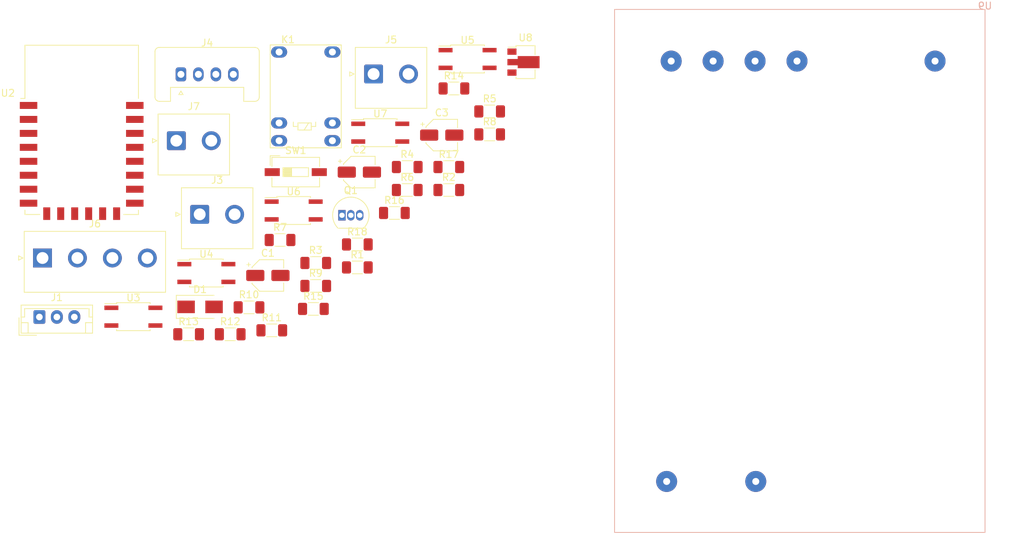
<source format=kicad_pcb>
(kicad_pcb (version 20211014) (generator pcbnew)
  (layers (0 "F.Cu" signal) (31 "B.Cu" signal) (34 "B.Paste" user) (35 "F.Paste" user) (36 "B.SilkS" user "B.Silkscreen") (37 "F.SilkS" user "F.Silkscreen") (38 "B.Mask" user) (39 "F.Mask" user) (44 "Edge.Cuts" user))
  (net 0 "")
  (net 1 "+12V")
  (net 2 "GNDPWR")
  (net 3 "+5V")
  (net 4 "Net-(C2-Pad1)")
  (net 5 "GND")
  (net 6 "Net-(D1-Pad2)")
  (net 7 "+3V3")
  (net 8 "/ESP_TX")
  (net 9 "/ESP_RX")
  (net 10 "Net-(J3-Pad1)")
  (net 11 "Net-(J6-Pad1)")
  (net 12 "Net-(J6-Pad2)")
  (net 13 "GND2")
  (net 14 "/MOVE_SENSOR")
  (net 15 "Net-(J6-Pad3)")
  (net 16 "/V12LCD")
  (net 18 "Net-(Q1-Pad2)")
  (net 19 "Net-(R1-Pad2)")
  (net 20 "Net-(R2-Pad2)")
  (net 21 "/LED_ON_RELE")
  (net 22 "Net-(R7-Pad2)")
  (net 23 "Net-(R6-Pad2)")
  (net 24 "/PWM")
  (net 25 "Net-(R11-Pad2)")
  (net 26 "Net-(R12-Pad2)")
  (net 27 "Net-(R16-Pad2)")
  (net 28 "Net-(R17-Pad2)")
  (net 29 "/ON_OFF")
  (net 30 "/UP")
  (net 31 "/DOWN")
  (net 34 "/LIGHT_SENSOR")
  (footprint "Resistor_SMD:R_1206_3216Metric_Pad1.30x1.75mm_HandSolder" (layer "F.Cu") (at 154.17 87.11)
    (fp_text reference "R3" (at 0 -1.82) (layer "F.SilkS"))
    (fp_text value "0")
    (fp_line (start -0.727064 -0.91) (end 0.727064 -0.91) (layer "F.SilkS") (width 0.12))
    (fp_line (start -0.727064 0.91) (end 0.727064 0.91) (layer "F.SilkS") (width 0.12))
    (pad "1" smd roundrect (at -1.55 0) (size 1.3 1.75) (layers "F.Cu" "F.Paste" "F.Mask") (roundrect_rratio 0.192308) (net 4 "Net-(C2-Pad1)"))
    (pad "2" smd roundrect (at 1.55 0) (size 1.3 1.75) (layers "F.Cu" "F.Paste" "F.Mask") (roundrect_rratio 0.192308) (net 7 "+3V3"))
  )
  (footprint "Resistor_SMD:R_1206_3216Metric_Pad1.30x1.75mm_HandSolder" (layer "F.Cu") (at 179.05 65.41)
    (fp_text reference "R5" (at 0 -1.82) (layer "F.SilkS"))
    (fp_text value "470")
    (fp_line (start -0.727064 0.91) (end 0.727064 0.91) (layer "F.SilkS") (width 0.12))
    (fp_line (start -0.727064 -0.91) (end 0.727064 -0.91) (layer "F.SilkS") (width 0.12))
    (pad "1" smd roundrect (at -1.55 0) (size 1.3 1.75) (layers "F.Cu" "F.Paste" "F.Mask") (roundrect_rratio 0.192308) (net 3 "+5V"))
    (pad "2" smd roundrect (at 1.55 0) (size 1.3 1.75) (layers "F.Cu" "F.Paste" "F.Mask") (roundrect_rratio 0.192308) (net 10 "Net-(J3-Pad1)"))
  )
  (footprint "Resistor_SMD:R_1206_3216Metric_Pad1.30x1.75mm_HandSolder" (layer "F.Cu") (at 147.88 96.76)
    (fp_text reference "R11" (at 0 -1.82) (layer "F.SilkS"))
    (fp_text value "240")
    (fp_line (start -0.727064 -0.91) (end 0.727064 -0.91) (layer "F.SilkS") (width 0.12))
    (fp_line (start -0.727064 0.91) (end 0.727064 0.91) (layer "F.SilkS") (width 0.12))
    (pad "1" smd roundrect (at -1.55 0) (size 1.3 1.75) (layers "F.Cu" "F.Paste" "F.Mask") (roundrect_rratio 0.192308) (net 1 "+12V"))
    (pad "2" smd roundrect (at 1.55 0) (size 1.3 1.75) (layers "F.Cu" "F.Paste" "F.Mask") (roundrect_rratio 0.192308) (net 25 "Net-(R11-Pad2)"))
  )
  (footprint "Resistor_SMD:R_1206_3216Metric_Pad1.30x1.75mm_HandSolder" (layer "F.Cu") (at 149.06 83.82)
    (fp_text reference "R7" (at 0 -1.82) (layer "F.SilkS"))
    (fp_text value "250")
    (fp_line (start -0.727064 0.91) (end 0.727064 0.91) (layer "F.SilkS") (width 0.12))
    (fp_line (start -0.727064 -0.91) (end 0.727064 -0.91) (layer "F.SilkS") (width 0.12))
    (pad "1" smd roundrect (at -1.55 0) (size 1.3 1.75) (layers "F.Cu" "F.Paste" "F.Mask") (roundrect_rratio 0.192308) (net 3 "+5V"))
    (pad "2" smd roundrect (at 1.55 0) (size 1.3 1.75) (layers "F.Cu" "F.Paste" "F.Mask") (roundrect_rratio 0.192308) (net 22 "Net-(R7-Pad2)"))
  )
  (footprint "Resistor_SMD:R_1206_3216Metric_Pad1.30x1.75mm_HandSolder" (layer "F.Cu") (at 173.94 62.12)
    (fp_text reference "R14" (at 0 -1.82) (layer "F.SilkS"))
    (fp_text value "330")
    (fp_line (start -0.727064 0.91) (end 0.727064 0.91) (layer "F.SilkS") (width 0.12))
    (fp_line (start -0.727064 -0.91) (end 0.727064 -0.91) (layer "F.SilkS") (width 0.12))
    (pad "1" smd roundrect (at -1.55 0) (size 1.3 1.75) (layers "F.Cu" "F.Paste" "F.Mask") (roundrect_rratio 0.192308) (net 7 "+3V3"))
    (pad "2" smd roundrect (at 1.55 0) (size 1.3 1.75) (layers "F.Cu" "F.Paste" "F.Mask") (roundrect_rratio 0.192308) (net 31 "/DOWN"))
  )
  (footprint "RF_Module:ESP-12E" (layer "F.Cu") (at 120.68 68.05)
    (fp_text reference "U2" (at -10.56 -5.26) (layer "F.SilkS"))
    (fp_text value "ESP-12E")
    (fp_line (start -8.12 -4.5) (end -8.73 -4.5) (layer "F.SilkS") (width 0.12))
    (fp_line (start 8.12 12.12) (end 6 12.12) (layer "F.SilkS") (width 0.12))
    (fp_line (start -8.12 12.12) (end -8.12 11.5) (layer "F.SilkS") (width 0.12))
    (fp_line (start 8.12 -12.12) (end 8.12 -4.5) (layer "F.SilkS") (width 0.12))
    (fp_line (start -8.12 -12.12) (end 8.12 -12.12) (layer "F.SilkS") (width 0.12))
    (fp_line (start 8.12 11.5) (end 8.12 12.12) (layer "F.SilkS") (width 0.12))
    (fp_line (start -8.12 -4.5) (end -8.12 -12.12) (layer "F.SilkS") (width 0.12))
    (fp_line (start -6 12.12) (end -8.12 12.12) (layer "F.SilkS") (width 0.12))
    (pad "1" smd rect (at -7.6 -3.5) (size 2.5 1) (layers "F.Cu" "F.Paste" "F.Mask") (net 20 "Net-(R2-Pad2)"))
    (pad "2" smd rect (at -7.6 -1.5) (size 2.5 1) (layers "F.Cu" "F.Paste" "F.Mask"))
    (pad "3" smd rect (at -7.6 0.5) (size 2.5 1) (layers "F.Cu" "F.Paste" "F.Mask") (net 19 "Net-(R1-Pad2)"))
    (pad "4" smd rect (at -7.6 2.5) (size 2.5 1) (layers "F.Cu" "F.Paste" "F.Mask"))
    (pad "5" smd rect (at -7.6 4.5) (size 2.5 1) (layers "F.Cu" "F.Paste" "F.Mask") (net 31 "/DOWN"))
    (pad "6" smd rect (at -7.6 6.5) (size 2.5 1) (layers "F.Cu" "F.Paste" "F.Mask") (net 34 "/LIGHT_SENSOR"))
    (pad "7" smd rect (at -7.6 8.5) (size 2.5 1) (layers "F.Cu" "F.Paste" "F.Mask") (net 30 "/UP"))
    (pad "8" smd rect (at -7.6 10.5) (size 2.5 1) (layers "F.Cu" "F.Paste" "F.Mask") (net 7 "+3V3"))
    (pad "9" smd rect (at -5 12) (size 1 1.8) (layers "F.Cu" "F.Paste" "F.Mask"))
    (pad "10" smd rect (at -3 12) (size 1 1.8) (layers "F.Cu" "F.Paste" "F.Mask"))
    (pad "11" smd rect (at -1 12) (size 1 1.8) (layers "F.Cu" "F.Paste" "F.Mask"))
    (pad "12" smd rect (at 1 12) (size 1 1.8) (layers "F.Cu" "F.Paste" "F.Mask") (net 29 "/ON_OFF"))
    (pad "13" smd rect (at 3 12) (size 1 1.8) (layers "F.Cu" "F.Paste" "F.Mask"))
    (pad "14" smd rect (at 5 12) (size 1 1.8) (layers "F.Cu" "F.Paste" "F.Mask"))
    (pad "15" smd rect (at 7.6 10.5) (size 2.5 1) (layers "F.Cu" "F.Paste" "F.Mask") (net 5 "GND"))
    (pad "16" smd rect (at 7.6 8.5) (size 2.5 1) (layers "F.Cu" "F.Paste" "F.Mask"))
    (pad "17" smd rect (at 7.6 6.5) (size 2.5 1) (layers "F.Cu" "F.Paste" "F.Mask"))
    (pad "18" smd rect (at 7.6 4.5) (size 2.5 1) (layers "F.Cu" "F.Paste" "F.Mask"))
    (pad "19" smd rect (at 7.6 2.5) (size 2.5 1) (layers "F.Cu" "F.Paste" "F.Mask") (net 24 "/PWM"))
    (pad "20" smd rect (at 7.6 0.5) (size 2.5 1) (layers "F.Cu" "F.Paste" "F.Mask") (net 14 "/MOVE_SENSOR"))
    (pad "21" smd rect (at 7.6 -1.5) (size 2.5 1) (layers "F.Cu" "F.Paste" "F.Mask") (net 9 "/ESP_RX"))
    (pad "22" smd rect (at 7.6 -3.5) (size 2.5 1) (layers "F.Cu" "F.Paste" "F.Mask") (net 8 "/ESP_TX"))
  )
  (footprint "Connector_JST:JST_NV_B04P-NV_1x04_P5.00mm_Vertical" (layer "F.Cu") (at 115.075 86.4)
    (fp_text reference "J6" (at 7.5 -4.9) (layer "F.SilkS"))
    (fp_text value "Screw_Terminal_01x04")
    (fp_line (start 17.61 4.91) (end 17.61 -3.81) (layer "F.SilkS") (width 0.12))
    (fp_line (start -2.81 0) (end -3.41 0.3) (layer "F.SilkS") (width 0.12))
    (fp_line (start -3.41 0.3) (end -3.41 -0.3) (layer "F.SilkS") (width 0.12))
    (fp_line (start 17.61 -3.81) (end -2.61 -3.81) (layer "F.SilkS") (width 0.12))
    (fp_line (start -3.41 -0.3) (end -2.81 0) (layer "F.SilkS") (width 0.12))
    (fp_line (start -2.61 4.91) (end 17.61 4.91) (layer "F.SilkS") (width 0.12))
    (fp_line (start -2.61 -3.81) (end -2.61 4.91) (layer "F.SilkS") (width 0.12))
    (pad "1" thru_hole rect (at 0 0) (size 2.7 2.7) (drill 1.7) (layers *.Cu *.Mask) (net 11 "Net-(J6-Pad1)"))
    (pad "2" thru_hole circle (at 5 0) (size 2.7 2.7) (drill 1.7) (layers *.Cu *.Mask) (net 12 "Net-(J6-Pad2)"))
    (pad "3" thru_hole circle (at 10 0) (size 2.7 2.7) (drill 1.7) (layers *.Cu *.Mask) (net 15 "Net-(J6-Pad3)"))
    (pad "4" thru_hole circle (at 15 0) (size 2.7 2.7) (drill 1.7) (layers *.Cu *.Mask) (net 13 "GND2"))
  )
  (footprint "Diode_SMD:D_SMA" (layer "F.Cu") (at 137.62 93.4)
    (fp_text reference "D1" (at 0 -2.5) (layer "F.SilkS"))
    (fp_text value "1N4003")
    (fp_line (start -3.4 -1.65) (end 2 -1.65) (layer "F.SilkS") (width 0.12))
    (fp_line (start -3.4 1.65) (end 2 1.65) (layer "F.SilkS") (width 0.12))
    (fp_line (start -3.4 -1.65) (end -3.4 1.65) (layer "F.SilkS") (width 0.12))
    (pad "1" smd rect (at -2 0) (size 2.5 1.8) (layers "F.Cu" "F.Paste" "F.Mask") (net 1 "+12V"))
    (pad "2" smd rect (at 2 0) (size 2.5 1.8) (layers "F.Cu" "F.Paste" "F.Mask") (net 6 "Net-(D1-Pad2)"))
  )
  (footprint "Capacitor_SMD:CP_Elec_4x5.3" (layer "F.Cu") (at 147.32 88.9)
    (fp_text reference "C1" (at 0 -3.2) (layer "F.SilkS"))
    (fp_text value "2.2")
    (fp_line (start -3 -1.56) (end -2.5 -1.56) (layer "F.SilkS") (width 0.12))
    (fp_line (start -2.26 1.195563) (end -1.195563 2.26) (layer "F.SilkS") (width 0.12))
    (fp_line (start -1.195563 2.26) (end 2.26 2.26) (layer "F.SilkS") (width 0.12))
    (fp_line (start 2.26 2.26) (end 2.26 1.06) (layer "F.SilkS") (width 0.12))
    (fp_line (start -2.75 -1.81) (end -2.75 -1.31) (layer "F.SilkS") (width 0.12))
    (fp_line (start -1.195563 -2.26) (end 2.26 -2.26) (layer "F.SilkS") (width 0.12))
    (fp_line (start -2.26 -1.195563) (end -1.195563 -2.26) (layer "F.SilkS") (width 0.12))
    (fp_line (start -2.26 1.195563) (end -2.26 1.06) (layer "F.SilkS") (width 0.12))
    (fp_line (start 2.26 -2.26) (end 2.26 -1.06) (layer "F.SilkS") (width 0.12))
    (fp_line (start -2.26 -1.195563) (end -2.26 -1.06) (layer "F.SilkS") (width 0.12))
    (pad "1" smd roundrect (at -1.8 0) (size 2.6 1.6) (layers "F.Cu" "F.Paste" "F.Mask") (roundrect_rratio 0.15625) (net 1 "+12V"))
    (pad "2" smd roundrect (at 1.8 0) (size 2.6 1.6) (layers "F.Cu" "F.Paste" "F.Mask") (roundrect_rratio 0.15625) (net 2 "GNDPWR"))
  )
  (footprint "Relay_THT:Relay_SPDT_HJR-4102" (layer "F.Cu") (at 148.93 56.901)
    (fp_text reference "K1" (at 1.27 -1.778) (layer "F.SilkS"))
    (fp_text value "TIANBO-HJR-4102-L")
    (fp_line (start 4.597 10.16) (end 2.692 10.16) (layer "F.SilkS") (width 0.12))
    (fp_line (start -1.27 13.716) (end -1.27 -1.016) (layer "F.SilkS") (width 0.12))
    (fp_line (start 8.89 -1.016) (end 8.89 13.716) (layer "F.SilkS") (width 0.12))
    (fp_line (start -1.27 -1.016) (end 8.89 -1.016) (layer "F.SilkS") (width 0.12))
    (fp_line (start 5.232 10.668) (end 4.597 10.668) (layer "F.SilkS") (width 0.12))
    (fp_line (start 5.232 10.033) (end 5.232 10.668) (layer "F.SilkS") (width 0.12))
    (fp_line (start 8.89 13.716) (end -1.27 13.716) (layer "F.SilkS") (width 0.12))
    (fp_line (start 2.032 10.033) (end 2.032 10.668) (layer "F.SilkS") (width 0.12))
    (fp_line (start 4.216 10.16) (end 3.581 11.176) (layer "F.SilkS") (width 0.12))
    (fp_line (start 2.692 10.16) (end 2.692 11.176) (layer "F.SilkS") (width 0.12))
    (fp_line (start 2.032 10.668) (end 2.692 10.668) (layer "F.SilkS") (width 0.12))
    (fp_line (start 4.597 10.16) (end 4.597 11.176) (layer "F.SilkS") (width 0.12))
    (fp_line (start 2.692 11.176) (end 4.597 11.176) (layer "F.SilkS") (width 0.12))
    (pad "1" thru_hole oval (at 0 0) (size 2.3 1.6) (drill 1) (layers *.Cu *.Mask))
    (pad "5" thru_hole oval (at 0 10.16) (size 2.3 1.6) (drill 1) (layers *.Cu *.Mask) (net 1 "+12V"))
    (pad "6" thru_hole oval (at 0 12.7) (size 2.3 1.6) (drill 1) (layers *.Cu *.Mask) (net 16 "/V12LCD"))
    (pad "7" thru_hole oval (at 7.62 12.7) (size 2.3 1.6) (drill 1) (layers *.Cu *.Mask))
    (pad "8" thru_hole oval (at 7.62 10.16) (size 2.3 1.6) (drill 1) (layers *.Cu *.Mask) (net 6 "Net-(D1-Pad2)"))
    (pad "12" thru_hole oval (at 7.62 0) (size 2.3 1.6) (drill 1) (layers *.Cu *.Mask) (net 1 "+12V"))
  )
  (footprint "Resistor_SMD:R_1206_3216Metric_Pad1.30x1.75mm_HandSolder" (layer "F.Cu") (at 173.21 76.66)
    (fp_text reference "R2" (at 0 -1.82) (layer "F.SilkS"))
    (fp_text value "10k")
    (fp_line (start -0.727064 -0.91) (end 0.727064 -0.91) (layer "F.SilkS") (width 0.12))
    (fp_line (start -0.727064 0.91) (end 0.727064 0.91) (layer "F.SilkS") (width 0.12))
    (pad "1" smd roundrect (at -1.55 0) (size 1.3 1.75) (layers "F.Cu" "F.Paste" "F.Mask") (roundrect_rratio 0.192308) (net 7 "+3V3"))
    (pad "2" smd roundrect (at 1.55 0) (size 1.3 1.75) (layers "F.Cu" "F.Paste" "F.Mask") (roundrect_rratio 0.192308) (net 20 "Net-(R2-Pad2)"))
  )
  (footprint "Resistor_SMD:R_1206_3216Metric_Pad1.30x1.75mm_HandSolder" (layer "F.Cu") (at 135.98 97.32)
    (fp_text reference "R13" (at 0 -1.82) (layer "F.SilkS"))
    (fp_text value "0")
    (fp_line (start -0.727064 0.91) (end 0.727064 0.91) (layer "F.SilkS") (width 0.12))
    (fp_line (start -0.727064 -0.91) (end 0.727064 -0.91) (layer "F.SilkS") (width 0.12))
    (pad "1" smd roundrect (at -1.55 0) (size 1.3 1.75) (layers "F.Cu" "F.Paste" "F.Mask") (roundrect_rratio 0.192308) (net 26 "Net-(R12-Pad2)"))
    (pad "2" smd roundrect (at 1.55 0) (size 1.3 1.75) (layers "F.Cu" "F.Paste" "F.Mask") (roundrect_rratio 0.192308) (net 12 "Net-(J6-Pad2)"))
  )
  (footprint "Package_TO_SOT_THT:TO-92_Inline" (layer "F.Cu") (at 157.92 80.28)
    (fp_text reference "Q1" (at 1.27 -3.56) (layer "F.SilkS"))
    (fp_text value "2N3904")
    (fp_line (start -0.53 1.85) (end 3.07 1.85) (layer "F.SilkS") (width 0.12))
    (fp_arc (start 1.27 -2.6) (mid 3.672087 -0.994977) (end 3.108478 1.838478) (layer "F.SilkS") (width 0.12))
    (fp_arc (start -0.568478 1.838478) (mid -1.132087 -0.994977) (end 1.27 -2.6) (layer "F.SilkS") (width 0.12))
    (pad "1" thru_hole rect (at 0 0) (size 1.05 1.5) (drill 0.75) (layers *.Cu *.Mask) (net 2 "GNDPWR"))
    (pad "2" thru_hole oval (at 1.27 0) (size 1.05 1.5) (drill 0.75) (layers *.Cu *.Mask) (net 18 "Net-(Q1-Pad2)"))
    (pad "3" thru_hole oval (at 2.54 0) (size 1.05 1.5) (drill 0.75) (layers *.Cu *.Mask) (net 6 "Net-(D1-Pad2)"))
  )
  (footprint "Resistor_SMD:R_1206_3216Metric_Pad1.30x1.75mm_HandSolder" (layer "F.Cu") (at 167.26 73.37)
    (fp_text reference "R4" (at 0 -1.82) (layer "F.SilkS"))
    (fp_text value "110")
    (fp_line (start -0.727064 -0.91) (end 0.727064 -0.91) (layer "F.SilkS") (width 0.12))
    (fp_line (start -0.727064 0.91) (end 0.727064 0.91) (layer "F.SilkS") (width 0.12))
    (pad "1" smd roundrect (at -1.55 0) (size 1.3 1.75) (layers "F.Cu" "F.Paste" "F.Mask") (roundrect_rratio 0.192308) (net 7 "+3V3"))
    (pad "2" smd roundrect (at 1.55 0) (size 1.3 1.75) (layers "F.Cu" "F.Paste" "F.Mask") (roundrect_rratio 0.192308) (net 5 "GND"))
  )
  (footprint "Connector_JST:JST_EH_B3B-EH-A_1x03_P2.50mm_Vertical" (layer "F.Cu") (at 114.63 94.85)
    (fp_text reference "J1" (at 2.5 -2.8) (layer "F.SilkS"))
    (fp_text value "Conn_01x03_Male")
    (fp_line (start 7.61 2.31) (end 7.61 -1.71) (layer "F.SilkS") (width 0.12))
    (fp_line (start 7.61 0.81) (end 6.61 0.81) (layer "F.SilkS") (width 0.12))
    (fp_line (start -2.61 0.81) (end -1.61 0.81) (layer "F.SilkS") (width 0.12))
    (fp_line (start -2.91 0.11) (end -2.91 2.61) (layer "F.SilkS") (width 0.12))
    (fp_line (start -2.11 -1.21) (end 7.11 -1.21) (layer "F.SilkS") (width 0.12))
    (fp_line (start 6.61 0.81) (end 6.61 2.31) (layer "F.SilkS") (width 0.12))
    (fp_line (start -2.11 0) (end -2.11 -1.21) (layer "F.SilkS") (width 0.12))
    (fp_line (start -2.61 0) (end -2.11 0) (layer "F.SilkS") (width 0.12))
    (fp_line (start -1.61 0.81) (end -1.61 2.31) (layer "F.SilkS") (width 0.12))
    (fp_line (start -2.61 2.31) (end 7.61 2.31) (layer "F.SilkS") (width 0.12))
    (fp_line (start 7.61 -1.71) (end -2.61 -1.71) (layer "F.SilkS") (width 0.12))
    (fp_line (start -2.91 2.61) (end -0.41 2.61) (layer "F.SilkS") (width 0.12))
    (fp_line (start 7.11 -1.21) (end 7.11 0) (layer "F.SilkS") (width 0.12))
    (fp_line (start -2.61 -1.71) (end -2.61 2.31) (layer "F.SilkS") (width 0.12))
    (fp_line (start 7.11 0) (end 7.61 0) (layer "F.SilkS") (width 0.12))
    (pad "1" thru_hole roundrect (at 0 0) (size 1.7 1.95) (drill 0.95) (layers *.Cu *.Mask) (roundrect_rratio 0.147059) (net 7 "+3V3"))
    (pad "2" thru_hole oval (at 2.5 0) (size 1.7 1.95) (drill 0.95) (layers *.Cu *.Mask) (net 14 "/MOVE_SENSOR"))
    (pad "3" thru_hole oval (at 5 0) (size 1.7 1.95) (drill 0.95) (layers *.Cu *.Mask) (net 5 "GND"))
  )
  (footprint "Package_SO:SO-4_4.4x3.6mm_P2.54mm" (layer "F.Cu") (at 163.4 68.45)
    (fp_text reference "U7" (at 0 -2.7) (layer "F.SilkS"))
    (fp_text value "LTV-354T")
    (fp_line (start -2.4 -2) (end 2.4 -2) (layer "F.SilkS") (width 0.12))
    (fp_line (start 2.4 2) (end -2.4 2) (layer "F.SilkS") (width 0.12))
    (fp_line (start 2.4 -2) (end 2.4 -1.85) (layer "F.SilkS") (width 0.12))
    (fp_line (start -2.4 -1.85) (end -2.4 -2) (layer "F.SilkS") (width 0.12))
    (fp_line (start 2.4 1.85) (end 2.4 2) (layer "F.SilkS") (width 0.12))
    (fp_line (start -2.4 -1.85) (end -4.1 -1.85) (layer "F.SilkS") (width 0.12))
    (fp_line (start -2.4 2) (end -2.4 1.85) (layer "F.SilkS") (width 0.12))
    (pad "1" smd rect (at -3.15 -1.27) (size 2 0.64) (layers "F.Cu" "F.Paste" "F.Mask") (net 27 "Net-(R16-Pad2)"))
    (pad "2" smd rect (at -3.15 1.27) (size 2 0.64) (layers "F.Cu" "F.Paste" "F.Mask") (net 13 "GND2"))
    (pad "3" smd rect (at 3.15 1.27) (size 2 0.64) (layers "F.Cu" "F.Paste" "F.Mask") (net 5 "GND"))
    (pad "4" smd rect (at 3.15 -1.27) (size 2 0.64) (layers "F.Cu" "F.Paste" "F.Mask") (net 31 "/DOWN"))
  )
  (footprint "Capacitor_SMD:CP_Elec_4x5.3" (layer "F.Cu") (at 160.41 74.1)
    (fp_text reference "C2" (at 0 -3.2) (layer "F.SilkS"))
    (fp_text value "10uF")
    (fp_line (start -2.26 -1.195563) (end -1.195563 -2.26) (layer "F.SilkS") (width 0.12))
    (fp_line (start -2.75 -1.81) (end -2.75 -1.31) (layer "F.SilkS") (width 0.12))
    (fp_line (start -3 -1.56) (end -2.5 -1.56) (layer "F.SilkS") (width 0.12))
    (fp_line (start -2.26 -1.195563) (end -2.26 -1.06) (layer "F.SilkS") (width 0.12))
    (fp_line (start -1.195563 2.26) (end 2.26 2.26) (layer "F.SilkS") (width 0.12))
    (fp_line (start 2.26 2.26) (end 2.26 1.06) (layer "F.SilkS") (width 0.12))
    (fp_line (start -1.195563 -2.26) (end 2.26 -2.26) (layer "F.SilkS") (width 0.12))
    (fp_line (start -2.26 1.195563) (end -2.26 1.06) (layer "F.SilkS") (width 0.12))
    (fp_line (start 2.26 -2.26) (end 2.26 -1.06) (layer "F.SilkS") (width 0.12))
    (fp_line (start -2.26 1.195563) (end -1.195563 2.26) (layer "F.SilkS") (width 0.12))
    (pad "1" smd roundrect (at -1.8 0) (size 2.6 1.6) (layers "F.Cu" "F.Paste" "F.Mask") (roundrect_rratio 0.15625) (net 4 "Net-(C2-Pad1)"))
    (pad "2" smd roundrect (at 1.8 0) (size 2.6 1.6) (layers "F.Cu" "F.Paste" "F.Mask") (roundrect_rratio 0.15625) (net 5 "GND"))
  )
  (footprint "Button_Switch_SMD:SW_DIP_SPSTx01_Slide_6.7x4.1mm_W6.73mm_P2.54mm_LowProfile_JPin" (layer "F.Cu") (at 151.31 74.1)
    (fp_text reference "SW1" (at 0 -3.11) (layer "F.SilkS"))
    (fp_text value "SW_Push")
    (fp_line (start -3.65 -2.35) (end -2.267 -2.35) (layer "F.SilkS") (width 0.12))
    (fp_line (start -1.81 0.445) (end -0.603333 0.445) (layer "F.SilkS") (width 0.12))
    (fp_line (start -1.81 -0.635) (end -1.81 0.635) (layer "F.SilkS") (width 0.12))
    (fp_line (start -3.65 -2.35) (end -3.65 -0.967) (layer "F.SilkS") (width 0.12))
    (fp_line (start -3.41 0.8) (end -3.41 2.11) (layer "F.SilkS") (width 0.12))
    (fp_line (start -3.41 -2.11) (end 3.41 -2.11) (layer "F.SilkS") (width 0.12))
    (fp_line (start 1.81 -0.635) (end -1.81 -0.635) (layer "F.SilkS") (width 0.12))
    (fp_line (start -1.81 -0.395) (end -0.603333 -0.395) (layer "F.SilkS") (width 0.12))
    (fp_line (start 3.41 -2.11) (end 3.41 -0.8) (layer "F.SilkS") (width 0.12))
    (fp_line (start -3.41 -2.11) (end -3.41 -0.8) (layer "F.SilkS") (width 0.12))
    (fp_line (start 3.41 0.8) (end 3.41 2.11) (layer "F.SilkS") (width 0.12))
    (fp_line (start -1.81 0.085) (end -0.603333 0.085) (layer "F.SilkS") (width 0.12))
    (fp_line (start -1.81 0.205) (end -0.603333 0.205) (layer "F.SilkS") (width 0.12))
    (fp_line (start 1.81 0.635) (end 1.81 -0.635) (layer "F.SilkS") (width 0.12))
    (fp_line (start -1.81 -0.515) (end -0.603333 -0.515) (layer "F.SilkS") (width 0.12))
    (fp_line (start -1.81 -0.275) (end -0.603333 -0.275) (layer "F.SilkS") (width 0.12))
    (fp_line (start -1.81 0.325) (end -0.603333 0.325) (layer "F.SilkS") (width 0.12))
    (fp_line (start -1.81 -0.035) (end -0.603333 -0.035) (layer "F.SilkS") (width 0.12))
    (fp_line (start -3.41 2.11) (end 3.41 2.11) (layer "F.SilkS") (width 0.12))
    (fp_line (start -1.81 -0.155) (end -0.603333 -0.155) (layer "F.SilkS") (width 0.12))
    (fp_line (start -1.81 0.635) (end 1.81 0.635) (layer "F.SilkS") (width 0.12))
    (fp_line (start -1.81 0.565) (end -0.603333 0.565) (layer "F.SilkS") (width 0.12))
    (fp_line (start -0.603333 -0.635) (end -0.603333 0.635) (layer "F.SilkS") (width 0.12))
    (pad "1" smd rect (at -3.365 0) (size 2.16 1.12) (layers "F.Cu" "F.Paste" "F.Mask") (net 5 "GND"))
    (pad "2" smd rect (at 3.365 0) (size 2.16 1.12) (layers "F.Cu" "F.Paste" "F.Mask") (net 20 "Net-(R2-Pad2)"))
  )
  (footprint "Resistor_SMD:R_1206_3216Metric_Pad1.30x1.75mm_HandSolder" (layer "F.Cu") (at 144.62 93.47)
    (fp_text reference "R10" (at 0 -1.82) (layer "F.SilkS"))
    (fp_text value "330")
    (fp_line (start -0.727064 0.91) (end 0.727064 0.91) (layer "F.SilkS") (width 0.12))
    (fp_line (start -0.727064 -0.91) (end 0.727064 -0.91) (layer "F.SilkS") (width 0.12))
    (pad "1" smd roundrect (at -1.55 0) (size 1.3 1.75) (layers "F.Cu" "F.Paste" "F.Mask") (roundrect_rratio 0.192308) (net 7 "+3V3"))
    (pad "2" smd roundrect (at 1.55 0) (size 1.3 1.75) (layers "F.Cu" "F.Paste" "F.Mask") (roundrect_rratio 0.192308) (net 30 "/UP"))
  )
  (footprint "Package_SO:SO-4_4.4x3.6mm_P2.54mm" (layer "F.Cu") (at 151.01 79.6)
    (fp_text reference "U6" (at 0 -2.7) (layer "F.SilkS"))
    (fp_text value "LTV-354T")
    (fp_line (start -2.4 2) (end -2.4 1.85) (layer "F.SilkS") (width 0.12))
    (fp_line (start -2.4 -1.85) (end -4.1 -1.85) (layer "F.SilkS") (width 0.12))
    (fp_line (start -2.4 -2) (end 2.4 -2) (layer "F.SilkS") (width 0.12))
    (fp_line (start 2.4 2) (end -2.4 2) (layer "F.SilkS") (width 0.12))
    (fp_line (start -2.4 -1.85) (end -2.4 -2) (layer "F.SilkS") (width 0.12))
    (fp_line (start 2.4 -2) (end 2.4 -1.85) (layer "F.SilkS") (width 0.12))
    (fp_line (start 2.4 1.85) (end 2.4 2) (layer "F.SilkS") (width 0.12))
    (pad "1" smd rect (at -3.15 -1.27) (size 2 0.64) (layers "F.Cu" "F.Paste" "F.Mask") (net 28 "Net-(R17-Pad2)"))
    (pad "2" smd rect (at -3.15 1.27) (size 2 0.64) (layers "F.Cu" "F.Paste" "F.Mask") (net 5 "GND"))
    (pad "3" smd rect (at 3.15 1.27) (size 2 0.64) (layers "F.Cu" "F.Paste" "F.Mask") (net 2 "GNDPWR"))
    (pad "4" smd rect (at 3.15 -1.27) (size 2 0.64) (layers "F.Cu" "F.Paste" "F.Mask") (net 25 "Net-(R11-Pad2)"))
  )
  (footprint "Package_SO:SO-4_4.4x3.6mm_P2.54mm" (layer "F.Cu") (at 128.08 94.8)
    (fp_text reference "U3" (at 0 -2.7) (layer "F.SilkS"))
    (fp_text value "LTV-354T")
    (fp_line (start -2.4 -1.85) (end -4.1 -1.85) (layer "F.SilkS") (width 0.12))
    (fp_line (start -2.4 -2) (end 2.4 -2) (layer "F.SilkS") (width 0.12))
    (fp_line (start 2.4 2) (end -2.4 2) (layer "F.SilkS") (width 0.12))
    (fp_line (start -2.4 2) (end -2.4 1.85) (layer "F.SilkS") (width 0.12))
    (fp_line (start 2.4 1.85) (end 2.4 2) (layer "F.SilkS") (width 0.12))
    (fp_line (start 2.4 -2) (end 2.4 -1.85) (layer "F.SilkS") (width 0.12))
    (fp_line (start -2.4 -1.85) (end -2.4 -2) (layer "F.SilkS") (width 0.12))
    (pad "1" smd rect (at -3.15 -1.27) (size 2 0.64) (layers "F.Cu" "F.Paste" "F.Mask") (net 23 "Net-(R6-Pad2)"))
    (pad "2" smd rect (at -3.15 1.27) (size 2 0.64) (layers "F.Cu" "F.Paste" "F.Mask") (net 5 "GND"))
    (pad "3" smd rect (at 3.15 1.27) (size 2 0.64) (layers "F.Cu" "F.Paste" "F.Mask") (net 2 "GNDPWR"))
    (pad "4" smd rect (at 3.15 -1.27) (size 2 0.64) (layers "F.Cu" "F.Paste" "F.Mask") (net 10 "Net-(J3-Pad1)"))
  )
  (footprint "Connector_JST:JST_NV_B02P-NV_1x02_P5.00mm_Vertical" (layer "F.Cu") (at 134.225 69.6)
    (fp_text reference "J7" (at 2.5 -4.9) (layer "F.SilkS"))
    (fp_text value "Screw_Terminal_01x02")
    (fp_line (start -2.61 4.91) (end 7.61 4.91) (layer "F.SilkS") (width 0.12))
    (fp_line (start -3.41 -0.3) (end -2.81 0) (layer "F.SilkS") (width 0.12))
    (fp_line (start -3.41 0.3) (end -3.41 -0.3) (layer "F.SilkS") (width 0.12))
    (fp_line (start 7.61 -3.81) (end -2.61 -3.81) (layer "F.SilkS") (width 0.12))
    (fp_line (start -2.81 0) (end -3.41 0.3) (layer "F.SilkS") (width 0.12))
    (fp_line (start 7.61 4.91) (end 7.61 -3.81) (layer "F.SilkS") (width 0.12))
    (fp_line (start -2.61 -3.81) (end -2.61 4.91) (layer "F.SilkS") (width 0.12))
    (pad "1" thru_hole roundrect (at 0 0) (size 2.7 2.7) (drill 1.7) (layers *.Cu *.Mask) (roundrect_rratio 0.092593) (net 1 "+12V"))
    (pad "2" thru_hole circle (at 5 0) (size 2.7 2.7) (drill 1.7) (layers *.Cu *.Mask) (net 2 "GNDPWR"))
  )
  (footprint "Connector_Stocko:Stocko_MKS_1654-6-0-404_1x4_P2.50mm_Vertical" (layer "F.Cu") (at 134.88 60.1)
    (fp_text reference "J4" (at 3.75 -4.5) (layer "F.SilkS"))
    (fp_text value "Conn_01x04_Male")
    (fp_line (start 10.6 3.86) (end 8.99 3.86) (layer "F.SilkS") (width 0.12))
    (fp_line (start -3.1 3.86) (end -1.49 3.86) (layer "F.SilkS") (width 0.12))
    (fp_line (start -3.71 -3.25) (end -3.71 3.25) (layer "F.SilkS") (width 0.12))
    (fp_line (start 11.21 -3.25) (end 11.21 3.25) (layer "F.SilkS") (width 0.12))
    (fp_line (start 0 2.4) (end -0.3 2.9) (layer "F.SilkS") (width 0.12))
    (fp_line (start 0.3 2.9) (end 0 2.4) (layer "F.SilkS") (width 0.12))
    (fp_line (start -0.3 2.9) (end 0.3 2.9) (layer "F.SilkS") (width 0.12))
    (fp_line (start -3.1 -3.86) (end 10.6 -3.86) (layer "F.SilkS") (width 0.12))
    (fp_line (start -1.49 1.86) (end 8.99 1.86) (layer "F.SilkS") (width 0.12))
    (fp_line (start 8.99 3.86) (end 8.99 1.86) (layer "F.SilkS") (width 0.12))
    (fp_line (start -1.49 3.86) (end -1.49 1.86) (layer "F.SilkS") (width 0.12))
    (fp_arc (start 10.6 -3.86) (mid 11.031335 -3.681335) (end 11.21 -3.25) (layer "F.SilkS") (width 0.12))
    (fp_arc (start 11.21 3.25) (mid 11.031335 3.681335) (end 10.6 3.86) (layer "F.SilkS") (width 0.12))
    (fp_arc (start -3.1 3.86) (mid -3.531335 3.681335) (end -3.71 3.25) (layer "F.SilkS") (width 0.12))
    (fp_arc (start -3.71 -3.25) (mid -3.531335 -3.681335) (end -3.1 -3.86) (layer "F.SilkS") (width 0.12))
    (pad "1" thru_hole roundrect (at 0 0) (size 1.5 2) (drill 1) (layers *.Cu *.Mask) (net 7 "+3V3"))
    (pad "2" thru_hole oval (at 2.5 0) (size 1.5 2) (drill 1) (layers *.Cu *.Mask) (net 8 "/ESP_TX"))
    (pad "3" thru_hole oval (at 5 0) (size 1.5 2) (drill 1) (layers *.Cu *.Mask) (net 9 "/ESP_RX"))
    (pad "4" thru_hole oval (at 7.5 0) (size 1.5 2) (drill 1) (layers *.Cu *.Mask) (net 5 "GND"))
  )
  (footprint "Resistor_SMD:R_1206_3216Metric_Pad1.30x1.75mm_HandSolder" (layer "F.Cu") (at 154.17 90.4)
    (fp_text reference "R9" (at 0 -1.82) (layer "F.SilkS"))
    (fp_text value "0")
    (fp_line (start -0.727064 0.91) (end 0.727064 0.91) (layer "F.SilkS") (width 0.12))
    (fp_line (start -0.727064 -0.91) (end 0.727064 -0.91) (layer "F.SilkS") (width 0.12))
    (pad "1" smd roundrect (at -1.55 0) (size 1.3 1.75) (layers "F.Cu" "F.Paste" "F.Mask") (roundrect_rratio 0.192308) (net 22 "Net-(R7-Pad2)"))
    (pad "2" smd roundrect (at 1.55 0) (size 1.3 1.75) (layers "F.Cu" "F.Paste" "F.Mask") (roundrect_rratio 0.192308) (net 11 "Net-(J6-Pad1)"))
  )
  (footprint "Package_SO:SO-4_4.4x3.6mm_P2.54mm" (layer "F.Cu") (at 175.89 57.9)
    (fp_text reference "U5" (at 0 -2.7) (layer "F.SilkS"))
    (fp_text value "LTV-354T")
    (fp_line (start -2.4 -2) (end 2.4 -2) (layer "F.SilkS") (width 0.12))
    (fp_line (start -2.4 -1.85) (end -2.4 -2) (layer "F.SilkS") (width 0.12))
    (fp_line (start 2.4 -2) (end 2.4 -1.85) (layer "F.SilkS") (width 0.12))
    (fp_line (start -2.4 2) (end -2.4 1.85) (layer "F.SilkS") (width 0.12))
    (fp_line (start -2.4 -1.85) (end -4.1 -1.85) (layer "F.SilkS") (width 0.12))
    (fp_line (start 2.4 1.85) (end 2.4 2) (layer "F.SilkS") (width 0.12))
    (fp_line (start 2.4 2) (end -2.4 2) (layer "F.SilkS") (width 0.12))
    (pad "1" smd rect (at -3.15 -1.27) (size 2 0.64) (layers "F.Cu" "F.Paste" "F.Mask") (net 26 "Net-(R12-Pad2)"))
    (pad "2" smd rect (at -3.15 1.27) (size 2 0.64) (layers "F.Cu" "F.Paste" "F.Mask") (net 13 "GND2"))
    (pad "3" smd rect (at 3.15 1.27) (size 2 0.64) (layers "F.Cu" "F.Paste" "F.Mask") (net 5 "GND"))
    (pad "4" smd rect (at 3.15 -1.27) (size 2 0.64) (layers "F.Cu" "F.Paste" "F.Mask") (net 30 "/UP"))
  )
  (footprint "Resistor_SMD:R_1206_3216Metric_Pad1.30x1.75mm_HandSolder" (layer "F.Cu") (at 153.83 93.69)
    (fp_text reference "R15" (at 0 -1.82) (layer "F.SilkS"))
    (fp_text value "1k")
    (fp_line (start -0.727064 -0.91) (end 0.727064 -0.91) (layer "F.SilkS") (width 0.12))
    (fp_line (start -0.727064 0.91) (end 0.727064 0.91) (layer "F.SilkS") (width 0.12))
    (pad "1" smd roundrect (at -1.55 0) (size 1.3 1.75) (layers "F.Cu" "F.Paste" "F.Mask") (roundrect_rratio 0.192308) (net 18 "Net-(Q1-Pad2)"))
    (pad "2" smd roundrect (at 1.55 0) (size 1.3 1.75) (layers "F.Cu" "F.Paste" "F.Mask") (roundrect_rratio 0.192308) (net 25 "Net-(R11-Pad2)"))
  )
  (footprint "Resistor_SMD:R_1206_3216Metric_Pad1.30x1.75mm_HandSolder" (layer "F.Cu") (at 165.42 79.95)
    (fp_text reference "R16" (at 0 -1.82) (layer "F.SilkS"))
    (fp_text value "250")
    (fp_line (start -0.727064 -0.91) (end 0.727064 -0.91) (layer "F.SilkS") (width 0.12))
    (fp_line (start -0.727064 0.91) (end 0.727064 0.91) (layer "F.SilkS") (width 0.12))
    (pad "1" smd roundrect (at -1.55 0) (size 1.3 1.75) (layers "F.Cu" "F.Paste" "F.Mask") (roundrect_rratio 0.192308) (net 3 "+5V"))
    (pad "2" smd roundrect (at 1.55 0) (size 1.3 1.75) (layers "F.Cu" "F.Paste" "F.Mask") (roundrect_rratio 0.192308) (net 27 "Net-(R16-Pad2)"))
  )
  (footprint "Package_SO:SO-4_4.4x3.6mm_P2.54mm" (layer "F.Cu") (at 138.52 88.55)
    (fp_text reference "U4" (at 0 -2.7) (layer "F.SilkS"))
    (fp_text value "LTV-354T")
    (fp_line (start 2.4 1.85) (end 2.4 2) (layer "F.SilkS") (width 0.12))
    (fp_line (start -2.4 -2) (end 2.4 -2) (layer "F.SilkS") (width 0.12))
    (fp_line (start -2.4 -1.85) (end -4.1 -1.85) (layer "F.SilkS") (width 0.12))
    (fp_line (start -2.4 -1.85) (end -2.4 -2) (layer "F.SilkS") (width 0.12))
    (fp_line (start 2.4 2) (end -2.4 2) (layer "F.SilkS") (width 0.12))
    (fp_line (start -2.4 2) (end -2.4 1.85) (layer "F.SilkS") (width 0.12))
    (fp_line (start 2.4 -2) (end 2.4 -1.85) (layer "F.SilkS") (width 0.12))
    (pad "1" smd rect (at -3.15 -1.27) (size 2 0.64) (layers "F.Cu" "F.Paste" "F.Mask") (net 22 "Net-(R7-Pad2)"))
    (pad "2" smd rect (at -3.15 1.27) (size 2 0.64) (layers "F.Cu" "F.Paste" "F.Mask") (net 13 "GND2"))
    (pad "3" smd rect (at 3.15 1.27) (size 2 0.64) (layers "F.Cu" "F.Paste" "F.Mask") (net 5 "GND"))
    (pad "4" smd rect (at 3.15 -1.27) (size 2 0.64) (layers "F.Cu" "F.Paste" "F.Mask") (net 29 "/ON_OFF"))
  )
  (footprint "Connector_JST:JST_NV_B02P-NV_1x02_P5.00mm_Vertical" (layer "F.Cu") (at 137.565 80.15)
    (fp_text reference "J3" (at 2.5 -4.9) (layer "F.SilkS"))
    (fp_text value "Screw_Terminal_01x02")
    (fp_line (start -3.41 -0.3) (end -2.81 0) (layer "F.SilkS") (width 0.12))
    (fp_line (start -3.41 0.3) (end -3.41 -0.3) (layer "F.SilkS") (width 0.12))
    (fp_line (start -2.61 -3.81) (end -2.61 4.91) (layer "F.SilkS") (width 0.12))
    (fp_line (start 7.61 -3.81) (end -2.61 -3.81) (layer "F.SilkS") (width 0.12))
    (fp_line (start -2.61 4.91) (end 7.61 4.91) (layer "F.SilkS") (width 0.12))
    (fp_line (start 7.61 4.91) (end 7.61 -3.81) (layer "F.SilkS") (width 0.12))
    (fp_line (start -2.81 0) (end -3.41 0.3) (layer "F.SilkS") (width 0.12))
    (pad "1" thru_hole roundrect (at 0 0) (size 2.7 2.7) (drill 1.7) (layers *.Cu *.Mask) (roundrect_rratio 0.092593) (net 10 "Net-(J3-Pad1)"))
    (pad "2" thru_hole circle (at 5 0) (size 2.7 2.7) (drill 1.7) (layers *.Cu *.Mask) (net 2 "GNDPWR"))
  )
  (footprint "Resistor_SMD:R_1206_3216Metric_Pad1.30x1.75mm_HandSolder" (layer "F.Cu") (at 179.05 68.7)
    (fp_text reference "R8" (at 0 -1.82) (layer "F.SilkS"))
    (fp_text value "330")
    (fp_line (start -0.727064 0.91) (end 0.727064 0.91) (layer "F.SilkS") (width 0.12))
    (fp_line (start -0.727064 -0.91) (end 0.727064 -0.91) (layer "F.SilkS") (width 0.12))
    (pad "1" smd roundrect (at -1.55 0) (size 1.3 1.75) (layers "F.Cu" "F.Paste" "F.Mask") (roundrect_rratio 0.192308) (net 7 "+3V3"))
    (pad "2" smd roundrect (at 1.55 0) (size 1.3 1.75) (layers "F.Cu" "F.Paste" "F.Mask") (roundrect_rratio 0.192308) (net 29 "/ON_OFF"))
  )
  (footprint "Resistor_SMD:R_1206_3216Metric_Pad1.30x1.75mm_HandSolder" (layer "F.Cu") (at 160.12 84.46)
    (fp_text reference "R18" (at 0 -1.82) (layer "F.SilkS"))
    (fp_text value "0")
    (fp_line (start -0.727064 -0.91) (end 0.727064 -0.91) (layer "F.SilkS") (width 0.12))
    (fp_line (start -0.727064 0.91) (end 0.727064 0.91) (layer "F.SilkS") (width 0.12))
    (pad "1" smd roundrect (at -1.55 0) (size 1.3 1.75) (layers "F.Cu" "F.Paste" "F.Mask") (roundrect_rratio 0.192308) (net 27 "Net-(R16-Pad2)"))
    (pad "2" smd roundrect (at 1.55 0) (size 1.3 1.75) (layers "F.Cu" "F.Paste" "F.Mask") (roundrect_rratio 0.192308) (net 15 "Net-(J6-Pad3)"))
  )
  (footprint "Resistor_SMD:R_1206_3216Metric_Pad1.30x1.75mm_HandSolder" (layer "F.Cu") (at 160.12 87.75)
    (fp_text reference "R1" (at 0 -1.82) (layer "F.SilkS"))
    (fp_text value "10k")
    (fp_line (start -0.727064 -0.91) (end 0.727064 -0.91) (layer "F.SilkS") (width 0.12))
    (fp_line (start -0.727064 0.91) (end 0.727064 0.91) (layer "F.SilkS") (width 0.12))
    (pad "1" smd roundrect (at -1.55 0) (size 1.3 1.75) (layers "F.Cu" "F.Paste" "F.Mask") (roundrect_rratio 0.192308) (net 7 "+3V3"))
    (pad "2" smd roundrect (at 1.55 0) (size 1.3 1.75) (layers "F.Cu" "F.Paste" "F.Mask") (roundrect_rratio 0.192308) (net 19 "Net-(R1-Pad2)"))
  )
  (footprint "Resistor_SMD:R_1206_3216Metric_Pad1.30x1.75mm_HandSolder" (layer "F.Cu") (at 167.26 76.66)
    (fp_text reference "R6" (at 0 -1.82) (layer "F.SilkS"))
    (fp_text value "165")
    (fp_line (start -0.727064 -0.91) (end 0.727064 -0.91) (layer "F.SilkS") (width 0.12))
    (fp_line (start -0.727064 0.91) (end 0.727064 0.91) (layer "F.SilkS") (width 0.12))
    (pad "1" smd roundrect (at -1.55 0) (size 1.3 1.75) (layers "F.Cu" "F.Paste" "F.Mask") (roundrect_rratio 0.192308) (net 24 "/PWM"))
    (pad "2" smd roundrect (at 1.55 0) (size 1.3 1.75) (layers "F.Cu" "F.Paste" "F.Mask") (roundrect_rratio 0.192308) (net 23 "Net-(R6-Pad2)"))
  )
  (footprint "Resistor_SMD:R_1206_3216Metric_Pad1.30x1.75mm_HandSolder" (layer "F.Cu") (at 141.93 97.32)
    (fp_text reference "R12" (at 0 -1.82) (layer "F.SilkS"))
    (fp_text value "250")
    (fp_line (start -0.727064 -0.91) (end 0.727064 -0.91) (layer "F.SilkS") (width 0.12))
    (fp_line (start -0.727064 0.91) (end 0.727064 0.91) (layer "F.SilkS") (width 0.12))
    (pad "1" smd roundrect (at -1.55 0) (size 1.3 1.75) (layers "F.Cu" "F.Paste" "F.Mask") (roundrect_rratio 0.192308) (net 3 "+5V"))
    (pad "2" smd roundrect (at 1.55 0) (size 1.3 1.75) (layers "F.Cu" "F.Paste" "F.Mask") (roundrect_rratio 0.192308) (net 26 "Net-(R12-Pad2)"))
  )
  (footprint "Capacitor_SMD:CP_Elec_4x5.3" (layer "F.Cu") (at 172.2 68.8)
    (fp_text reference "C3" (at 0 -3.2) (layer "F.SilkS"))
    (fp_text value "10uF")
    (fp_line (start -3 -1.56) (end -2.5 -1.56) (layer "F.SilkS") (width 0.12))
    (fp_line (start 2.26 2.26) (end 2.26 1.06) (layer "F.SilkS") (width 0.12))
    (fp_line (start -2.26 -1.195563) (end -1.195563 -2.26) (layer "F.SilkS") (width 0.12))
    (fp_line (start -1.195563 2.26) (end 2.26 2.26) (layer "F.SilkS") (width 0.12))
    (fp_line (start -2.26 -1.195563) (end -2.26 -1.06) (layer "F.SilkS") (width 0.12))
    (fp_line (start -1.195563 -2.26) (end 2.26 -2.26) (layer "F.SilkS") (width 0.12))
    (fp_line (start 2.26 -2.26) (end 2.26 -1.06) (layer "F.SilkS") (width 0.12))
    (fp_line (start -2.75 -1.81) (end -2.75 -1.31) (layer "F.SilkS") (width 0.12))
    (fp_line (start -2.26 1.195563) (end -1.195563 2.26) (layer "F.SilkS") (width 0.12))
    (fp_line (start -2.26 1.195563) (end -2.26 1.06) (layer "F.SilkS") (width 0.12))
    (pad "1" smd roundrect (at -1.8 0) (size 2.6 1.6) (layers "F.Cu" "F.Paste" "F.Mask") (roundrect_rratio 0.15625) (net 3 "+5V"))
    (pad "2" smd roundrect (at 1.8 0) (size 2.6 1.6) (layers "F.Cu" "F.Paste" "F.Mask") (roundrect_rratio 0.15625) (net 2 "GNDPWR"))
  )
  (footprint "Package_TO_SOT_SMD:SOT-89-3" (layer "F.Cu") (at 183.89 58.35)
    (fp_text reference "U8" (at 0.3 -3.5) (layer "F.SilkS"))
    (fp_text value "L78L05_SOT89")
    (fp_line (start -1.06 -2.36) (end -1.06 -2.13) (layer "F.SilkS") (width 0.12))
    (fp_line (start 1.66 1.05) (end 1.66 2.36) (layer "F.SilkS") (width 0.12))
    (fp_line (start 1.66 2.36) (end -1.06 2.36) (layer "F.SilkS") (width 0.12))
    (fp_line (start -1.06 -2.36) (end 1.66 -2.36) (layer "F.SilkS") (width 0.12))
    (fp_line (start -1.06 2.36) (end -1.06 2.13) (layer "F.SilkS") (width 0.12))
    (fp_line (start 1.66 -2.36) (end 1.66 -1.05) (layer "F.SilkS") (width 0.12))
    (fp_line (start -2.2 -2.13) (end -1.06 -2.13) (layer "F.SilkS") (width 0.12))
    (pad "1" smd rect (at -1.65 -1.5) (size 1.3 0.9) (layers "F.Cu" "F.Paste" "F.Mask") (net 3 "+5V"))
    (pad "2" smd custom (at -1.5625 0) (size 1.475 0.9) (layers "F.Cu" "F.Paste" "F.Mask") (net 2 "GNDPWR") (options (clearance outline) (anchor rect)) (primitives (gr_poly (pts (xy 3.8625 0.8665) (xy 0.7375 0.8665) (xy 0.7375 -0.8665) (xy 3.8625 -0.8665)) (width 0) (fill yes))))
    (pad "3" smd rect (at -1.65 1.5) (size 1.3 0.9) (layers "F.Cu" "F.Paste" "F.Mask") (net 1 "+12V"))
  )
  (footprint "Connector_JST:JST_NV_B02P-NV_1x02_P5.00mm_Vertical" (layer "F.Cu") (at 162.445 60.05)
    (fp_text reference "J5" (at 2.5 -4.9) (layer "F.SilkS"))
    (fp_text value "Screw_Terminal_01x02")
    (fp_line (start 7.61 -3.81) (end -2.61 -3.81) (layer "F.SilkS") (width 0.12))
    (fp_line (start -3.41 0.3) (end -3.41 -0.3) (layer "F.SilkS") (width 0.12))
    (fp_line (start -2.61 -3.81) (end -2.61 4.91) (layer "F.SilkS") (width 0.12))
    (fp_line (start -3.41 -0.3) (end -2.81 0) (layer "F.SilkS") (width 0.12))
    (fp_line (start 7.61 4.91) (end 7.61 -3.81) (layer "F.SilkS") (width 0.12))
    (fp_line (start -2.81 0) (end -3.41 0.3) (layer "F.SilkS") (width 0.12))
    (fp_line (start -2.61 4.91) (end 7.61 4.91) (layer "F.SilkS") (width 0.12))
    (pad "1" thru_hole roundrect (at 0 0) (size 2.7 2.7) (drill 1.7) (layers *.Cu *.Mask) (roundrect_rratio 0.092593) (net 16 "/V12LCD"))
    (pad "2" thru_hole circle (at 5 0) (size 2.7 2.7) (drill 1.7) (layers *.Cu *.Mask) (net 2 "GNDPWR"))
  )
  (footprint "Resistor_SMD:R_1206_3216Metric_Pad1.30x1.75mm_HandSolder" (layer "F.Cu") (at 173.21 73.37)
    (fp_text reference "R17" (at 0 -1.82) (layer "F.SilkS"))
    (fp_text value "165")
    (fp_line (start -0.727064 0.91) (end 0.727064 0.91) (layer "F.SilkS") (width 0.12))
    (fp_line (start -0.727064 -0.91) (end 0.727064 -0.91) (layer "F.SilkS") (width 0.12))
    (pad "1" smd roundrect (at -1.55 0) (size 1.3 1.75) (layers "F.Cu" "F.Paste" "F.Mask") (roundrect_rratio 0.192308) (net 21 "/LED_ON_RELE"))
    (pad "2" smd roundrect (at 1.55 0) (size 1.3 1.75) (layers "F.Cu" "F.Paste" "F.Mask") (roundrect_rratio 0.192308) (net 28 "Net-(R17-Pad2)"))
  )
  (footprint "dimmer:LDH-45A" (layer "B.Cu") (at 249.925 50.8 180)
    (fp_text reference "U9" (at 0 0.5 unlocked) (layer "B.SilkS") (effects (justify mirror)))
    (fp_text value "LDH-45A-350")
    (fp_rect (start 0 0) (end 53 -74.9) (layer "B.SilkS") (width 0.12) (fill none))
    (pad "1" thru_hole circle (at 7.15 -7.4 180) (size 3 3) (drill 1) (layers *.Cu *.Mask))
    (pad "2" thru_hole circle (at 26.9 -7.4 180) (size 3 3) (drill 1) (layers *.Cu *.Mask))
    (pad "3" thru_hole circle (at 32.9 -7.4 180) (size 3 3) (drill 1) (layers *.Cu *.Mask))
    (pad "4" thru_hole circle (at 38.9 -7.4 180) (size 3 3) (drill 1) (layers *.Cu *.Mask))
    (pad "5" thru_hole circle (at 44.9 -7.4 180) (size 3 3) (drill 1) (layers *.Cu *.Mask))
    (pad "6" thru_hole circle (at 45.55 -67.6 180) (size 3 3) (drill 1) (layers *.Cu *.Mask))
    (pad "7" thru_hole circle (at 32.8 -67.6 180) (size 3 3) (drill 1) (layers *.Cu *.Mask))
  )
)
</source>
